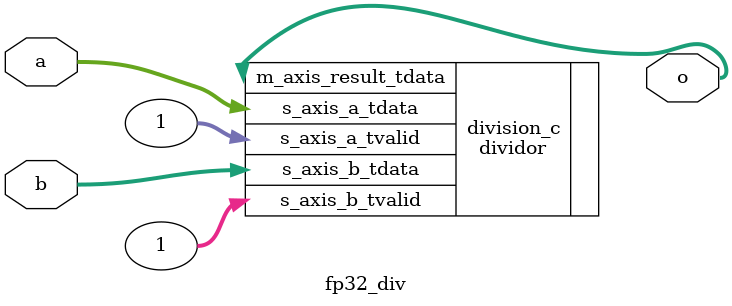
<source format=v>
`timescale 1ns / 1ps

module fp32_div (
    input wire [31:0] a, // FP32 input (numerator)
    input wire [31:0] b, // FP32 input (denominator)
    output wire [31:0] o // FP32 output (result)
);

		
    dividor division_c(.s_axis_a_tdata(a),.s_axis_a_tvalid(1),.s_axis_b_tvalid(1),.s_axis_b_tdata(b),.m_axis_result_tdata(o));

endmodule
</source>
